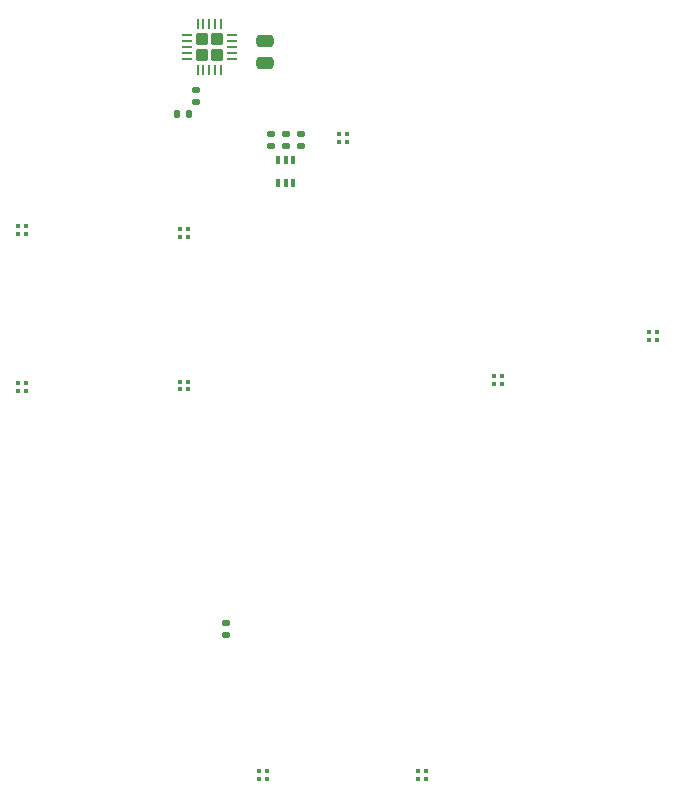
<source format=gbr>
%TF.GenerationSoftware,KiCad,Pcbnew,8.0.2*%
%TF.CreationDate,2024-11-22T12:12:35-08:00*%
%TF.ProjectId,retroglow_sp,72657472-6f67-46c6-9f77-5f73702e6b69,rev?*%
%TF.SameCoordinates,Original*%
%TF.FileFunction,Paste,Top*%
%TF.FilePolarity,Positive*%
%FSLAX46Y46*%
G04 Gerber Fmt 4.6, Leading zero omitted, Abs format (unit mm)*
G04 Created by KiCad (PCBNEW 8.0.2) date 2024-11-22 12:12:35*
%MOMM*%
%LPD*%
G01*
G04 APERTURE LIST*
G04 Aperture macros list*
%AMRoundRect*
0 Rectangle with rounded corners*
0 $1 Rounding radius*
0 $2 $3 $4 $5 $6 $7 $8 $9 X,Y pos of 4 corners*
0 Add a 4 corners polygon primitive as box body*
4,1,4,$2,$3,$4,$5,$6,$7,$8,$9,$2,$3,0*
0 Add four circle primitives for the rounded corners*
1,1,$1+$1,$2,$3*
1,1,$1+$1,$4,$5*
1,1,$1+$1,$6,$7*
1,1,$1+$1,$8,$9*
0 Add four rect primitives between the rounded corners*
20,1,$1+$1,$2,$3,$4,$5,0*
20,1,$1+$1,$4,$5,$6,$7,0*
20,1,$1+$1,$6,$7,$8,$9,0*
20,1,$1+$1,$8,$9,$2,$3,0*%
G04 Aperture macros list end*
%ADD10RoundRect,0.135000X-0.185000X0.135000X-0.185000X-0.135000X0.185000X-0.135000X0.185000X0.135000X0*%
%ADD11RoundRect,0.100000X-0.100000X0.225000X-0.100000X-0.225000X0.100000X-0.225000X0.100000X0.225000X0*%
%ADD12R,0.370000X0.370000*%
%ADD13RoundRect,0.135000X0.135000X0.185000X-0.135000X0.185000X-0.135000X-0.185000X0.135000X-0.185000X0*%
%ADD14RoundRect,0.250000X-0.475000X0.250000X-0.475000X-0.250000X0.475000X-0.250000X0.475000X0.250000X0*%
%ADD15RoundRect,0.250000X-0.275000X-0.275000X0.275000X-0.275000X0.275000X0.275000X-0.275000X0.275000X0*%
%ADD16RoundRect,0.062500X-0.362500X-0.062500X0.362500X-0.062500X0.362500X0.062500X-0.362500X0.062500X0*%
%ADD17RoundRect,0.062500X-0.062500X-0.362500X0.062500X-0.362500X0.062500X0.362500X-0.062500X0.362500X0*%
%ADD18RoundRect,0.135000X0.185000X-0.135000X0.185000X0.135000X-0.185000X0.135000X-0.185000X-0.135000X0*%
G04 APERTURE END LIST*
D10*
%TO.C,R1*%
X239599825Y-105051944D03*
X239599825Y-106071944D03*
%TD*%
D11*
%TO.C,D1*%
X238949825Y-107261944D03*
X238299825Y-107261944D03*
X237649825Y-107261944D03*
X237649825Y-109161944D03*
X238299825Y-109161944D03*
X238949825Y-109161944D03*
%TD*%
D12*
%TO.C,L4*%
X229332484Y-126645784D03*
X230002484Y-126645784D03*
X230002484Y-125975784D03*
X229332484Y-125975784D03*
%TD*%
D13*
%TO.C,R4*%
X230109825Y-103361944D03*
X229089825Y-103361944D03*
%TD*%
D12*
%TO.C,L5*%
X242812485Y-105725784D03*
X243482485Y-105725784D03*
X243482485Y-105055784D03*
X242812485Y-105055784D03*
%TD*%
%TO.C,L7*%
X249552485Y-159605784D03*
X250222485Y-159605784D03*
X250222485Y-158935784D03*
X249552485Y-158935784D03*
%TD*%
D14*
%TO.C,C1*%
X236549825Y-97111944D03*
X236549825Y-99011944D03*
%TD*%
D15*
%TO.C,U1*%
X231199825Y-97011944D03*
X231199825Y-98311944D03*
X232499825Y-97011944D03*
X232499825Y-98311944D03*
D16*
X229924825Y-96661944D03*
X229924825Y-97161944D03*
X229924825Y-97661944D03*
X229924825Y-98161944D03*
X229924825Y-98661944D03*
D17*
X230849825Y-99586944D03*
X231349825Y-99586944D03*
X231849825Y-99586944D03*
X232349825Y-99586944D03*
X232849825Y-99586944D03*
D16*
X233774825Y-98661944D03*
X233774825Y-98161944D03*
X233774825Y-97661944D03*
X233774825Y-97161944D03*
X233774825Y-96661944D03*
D17*
X232849825Y-95736944D03*
X232349825Y-95736944D03*
X231849825Y-95736944D03*
X231349825Y-95736944D03*
X230849825Y-95736944D03*
%TD*%
D12*
%TO.C,L3*%
X215667483Y-126810784D03*
X216337483Y-126810784D03*
X216337483Y-126140784D03*
X215667483Y-126140784D03*
%TD*%
D18*
%TO.C,R3*%
X237049825Y-106071944D03*
X237049825Y-105051944D03*
%TD*%
%TO.C,R6*%
X233249825Y-147471944D03*
X233249825Y-146451944D03*
%TD*%
D12*
%TO.C,L1*%
X229352484Y-113725784D03*
X230022484Y-113725784D03*
X230022484Y-113055784D03*
X229352484Y-113055784D03*
%TD*%
%TO.C,L9*%
X269092485Y-122429784D03*
X269762485Y-122429784D03*
X269762485Y-121759784D03*
X269092485Y-121759784D03*
%TD*%
D10*
%TO.C,R5*%
X230749825Y-101301944D03*
X230749825Y-102321944D03*
%TD*%
D12*
%TO.C,L8*%
X255957485Y-126190784D03*
X256627485Y-126190784D03*
X256627485Y-125520784D03*
X255957485Y-125520784D03*
%TD*%
%TO.C,L2*%
X215672484Y-113455784D03*
X216342484Y-113455784D03*
X216342484Y-112785784D03*
X215672484Y-112785784D03*
%TD*%
%TO.C,L6*%
X236077485Y-159610784D03*
X236747485Y-159610784D03*
X236747485Y-158940784D03*
X236077485Y-158940784D03*
%TD*%
D10*
%TO.C,R2*%
X238299825Y-105051944D03*
X238299825Y-106071944D03*
%TD*%
M02*

</source>
